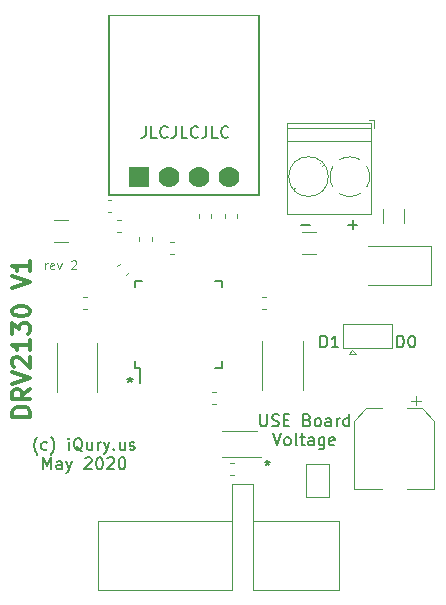
<source format=gto>
G04 #@! TF.GenerationSoftware,KiCad,Pcbnew,(5.99.0-8491-gb8dfcb34c4)*
G04 #@! TF.CreationDate,2021-01-19T19:49:40+01:00*
G04 #@! TF.ProjectId,TMC2130_Driver,544d4332-3133-4305-9f44-72697665722e,rev?*
G04 #@! TF.SameCoordinates,PX67f3540PY6cb8080*
G04 #@! TF.FileFunction,Legend,Top*
G04 #@! TF.FilePolarity,Positive*
%FSLAX46Y46*%
G04 Gerber Fmt 4.6, Leading zero omitted, Abs format (unit mm)*
G04 Created by KiCad (PCBNEW (5.99.0-8491-gb8dfcb34c4)) date 2021-01-19 19:49:40*
%MOMM*%
%LPD*%
G01*
G04 APERTURE LIST*
%ADD10C,0.150000*%
%ADD11C,0.300000*%
%ADD12C,0.100000*%
%ADD13C,0.120000*%
%ADD14R,1.778000X1.778000*%
%ADD15C,1.778000*%
G04 APERTURE END LIST*
D10*
X11956666Y39277620D02*
X11956666Y38563334D01*
X11909047Y38420477D01*
X11813809Y38325239D01*
X11670952Y38277620D01*
X11575714Y38277620D01*
X12909047Y38277620D02*
X12432857Y38277620D01*
X12432857Y39277620D01*
X13813809Y38372858D02*
X13766190Y38325239D01*
X13623333Y38277620D01*
X13528095Y38277620D01*
X13385238Y38325239D01*
X13290000Y38420477D01*
X13242380Y38515715D01*
X13194761Y38706191D01*
X13194761Y38849048D01*
X13242380Y39039524D01*
X13290000Y39134762D01*
X13385238Y39230000D01*
X13528095Y39277620D01*
X13623333Y39277620D01*
X13766190Y39230000D01*
X13813809Y39182381D01*
X14528095Y39277620D02*
X14528095Y38563334D01*
X14480476Y38420477D01*
X14385238Y38325239D01*
X14242380Y38277620D01*
X14147142Y38277620D01*
X15480476Y38277620D02*
X15004285Y38277620D01*
X15004285Y39277620D01*
X16385238Y38372858D02*
X16337619Y38325239D01*
X16194761Y38277620D01*
X16099523Y38277620D01*
X15956666Y38325239D01*
X15861428Y38420477D01*
X15813809Y38515715D01*
X15766190Y38706191D01*
X15766190Y38849048D01*
X15813809Y39039524D01*
X15861428Y39134762D01*
X15956666Y39230000D01*
X16099523Y39277620D01*
X16194761Y39277620D01*
X16337619Y39230000D01*
X16385238Y39182381D01*
X17099523Y39277620D02*
X17099523Y38563334D01*
X17051904Y38420477D01*
X16956666Y38325239D01*
X16813809Y38277620D01*
X16718571Y38277620D01*
X18051904Y38277620D02*
X17575714Y38277620D01*
X17575714Y39277620D01*
X18956666Y38372858D02*
X18909047Y38325239D01*
X18766190Y38277620D01*
X18670952Y38277620D01*
X18528095Y38325239D01*
X18432857Y38420477D01*
X18385238Y38515715D01*
X18337619Y38706191D01*
X18337619Y38849048D01*
X18385238Y39039524D01*
X18432857Y39134762D01*
X18528095Y39230000D01*
X18670952Y39277620D01*
X18766190Y39277620D01*
X18909047Y39230000D01*
X18956666Y39182381D01*
D11*
X2178571Y14678572D02*
X678571Y14678572D01*
X678571Y15035715D01*
X750000Y15250000D01*
X892857Y15392858D01*
X1035714Y15464286D01*
X1321428Y15535715D01*
X1535714Y15535715D01*
X1821428Y15464286D01*
X1964285Y15392858D01*
X2107142Y15250000D01*
X2178571Y15035715D01*
X2178571Y14678572D01*
X2178571Y17035715D02*
X1464285Y16535715D01*
X2178571Y16178572D02*
X678571Y16178572D01*
X678571Y16750000D01*
X750000Y16892858D01*
X821428Y16964286D01*
X964285Y17035715D01*
X1178571Y17035715D01*
X1321428Y16964286D01*
X1392857Y16892858D01*
X1464285Y16750000D01*
X1464285Y16178572D01*
X678571Y17464286D02*
X2178571Y17964286D01*
X678571Y18464286D01*
X821428Y18892858D02*
X750000Y18964286D01*
X678571Y19107143D01*
X678571Y19464286D01*
X750000Y19607143D01*
X821428Y19678572D01*
X964285Y19750000D01*
X1107142Y19750000D01*
X1321428Y19678572D01*
X2178571Y18821429D01*
X2178571Y19750000D01*
X2178571Y21178572D02*
X2178571Y20321429D01*
X2178571Y20750000D02*
X678571Y20750000D01*
X892857Y20607143D01*
X1035714Y20464286D01*
X1107142Y20321429D01*
X678571Y21678572D02*
X678571Y22607143D01*
X1250000Y22107143D01*
X1250000Y22321429D01*
X1321428Y22464286D01*
X1392857Y22535715D01*
X1535714Y22607143D01*
X1892857Y22607143D01*
X2035714Y22535715D01*
X2107142Y22464286D01*
X2178571Y22321429D01*
X2178571Y21892858D01*
X2107142Y21750000D01*
X2035714Y21678572D01*
X678571Y23535715D02*
X678571Y23678572D01*
X750000Y23821429D01*
X821428Y23892858D01*
X964285Y23964286D01*
X1250000Y24035715D01*
X1607142Y24035715D01*
X1892857Y23964286D01*
X2035714Y23892858D01*
X2107142Y23821429D01*
X2178571Y23678572D01*
X2178571Y23535715D01*
X2107142Y23392858D01*
X2035714Y23321429D01*
X1892857Y23250000D01*
X1607142Y23178572D01*
X1250000Y23178572D01*
X964285Y23250000D01*
X821428Y23321429D01*
X750000Y23392858D01*
X678571Y23535715D01*
X678571Y25607143D02*
X2178571Y26107143D01*
X678571Y26607143D01*
X2178571Y27892858D02*
X2178571Y27035715D01*
X2178571Y27464286D02*
X678571Y27464286D01*
X892857Y27321429D01*
X1035714Y27178572D01*
X1107142Y27035715D01*
D10*
X2797619Y11471667D02*
X2750000Y11519286D01*
X2654761Y11662143D01*
X2607142Y11757381D01*
X2559523Y11900239D01*
X2511904Y12138334D01*
X2511904Y12328810D01*
X2559523Y12566905D01*
X2607142Y12709762D01*
X2654761Y12805000D01*
X2750000Y12947858D01*
X2797619Y12995477D01*
X3607142Y11900239D02*
X3511904Y11852620D01*
X3321428Y11852620D01*
X3226190Y11900239D01*
X3178571Y11947858D01*
X3130952Y12043096D01*
X3130952Y12328810D01*
X3178571Y12424048D01*
X3226190Y12471667D01*
X3321428Y12519286D01*
X3511904Y12519286D01*
X3607142Y12471667D01*
X3940476Y11471667D02*
X3988095Y11519286D01*
X4083333Y11662143D01*
X4130952Y11757381D01*
X4178571Y11900239D01*
X4226190Y12138334D01*
X4226190Y12328810D01*
X4178571Y12566905D01*
X4130952Y12709762D01*
X4083333Y12805000D01*
X3988095Y12947858D01*
X3940476Y12995477D01*
X5464285Y11852620D02*
X5464285Y12519286D01*
X5464285Y12852620D02*
X5416666Y12805000D01*
X5464285Y12757381D01*
X5511904Y12805000D01*
X5464285Y12852620D01*
X5464285Y12757381D01*
X6607142Y11757381D02*
X6511904Y11805000D01*
X6416666Y11900239D01*
X6273809Y12043096D01*
X6178571Y12090715D01*
X6083333Y12090715D01*
X6130952Y11852620D02*
X6035714Y11900239D01*
X5940476Y11995477D01*
X5892857Y12185953D01*
X5892857Y12519286D01*
X5940476Y12709762D01*
X6035714Y12805000D01*
X6130952Y12852620D01*
X6321428Y12852620D01*
X6416666Y12805000D01*
X6511904Y12709762D01*
X6559523Y12519286D01*
X6559523Y12185953D01*
X6511904Y11995477D01*
X6416666Y11900239D01*
X6321428Y11852620D01*
X6130952Y11852620D01*
X7416666Y12519286D02*
X7416666Y11852620D01*
X6988095Y12519286D02*
X6988095Y11995477D01*
X7035714Y11900239D01*
X7130952Y11852620D01*
X7273809Y11852620D01*
X7369047Y11900239D01*
X7416666Y11947858D01*
X7892857Y11852620D02*
X7892857Y12519286D01*
X7892857Y12328810D02*
X7940476Y12424048D01*
X7988095Y12471667D01*
X8083333Y12519286D01*
X8178571Y12519286D01*
X8416666Y12519286D02*
X8654761Y11852620D01*
X8892857Y12519286D02*
X8654761Y11852620D01*
X8559523Y11614524D01*
X8511904Y11566905D01*
X8416666Y11519286D01*
X9273809Y11947858D02*
X9321428Y11900239D01*
X9273809Y11852620D01*
X9226190Y11900239D01*
X9273809Y11947858D01*
X9273809Y11852620D01*
X10178571Y12519286D02*
X10178571Y11852620D01*
X9750000Y12519286D02*
X9750000Y11995477D01*
X9797619Y11900239D01*
X9892857Y11852620D01*
X10035714Y11852620D01*
X10130952Y11900239D01*
X10178571Y11947858D01*
X10607142Y11900239D02*
X10702380Y11852620D01*
X10892857Y11852620D01*
X10988095Y11900239D01*
X11035714Y11995477D01*
X11035714Y12043096D01*
X10988095Y12138334D01*
X10892857Y12185953D01*
X10750000Y12185953D01*
X10654761Y12233572D01*
X10607142Y12328810D01*
X10607142Y12376429D01*
X10654761Y12471667D01*
X10750000Y12519286D01*
X10892857Y12519286D01*
X10988095Y12471667D01*
X3297619Y10242620D02*
X3297619Y11242620D01*
X3630952Y10528334D01*
X3964285Y11242620D01*
X3964285Y10242620D01*
X4869047Y10242620D02*
X4869047Y10766429D01*
X4821428Y10861667D01*
X4726190Y10909286D01*
X4535714Y10909286D01*
X4440476Y10861667D01*
X4869047Y10290239D02*
X4773809Y10242620D01*
X4535714Y10242620D01*
X4440476Y10290239D01*
X4392857Y10385477D01*
X4392857Y10480715D01*
X4440476Y10575953D01*
X4535714Y10623572D01*
X4773809Y10623572D01*
X4869047Y10671191D01*
X5250000Y10909286D02*
X5488095Y10242620D01*
X5726190Y10909286D02*
X5488095Y10242620D01*
X5392857Y10004524D01*
X5345238Y9956905D01*
X5250000Y9909286D01*
X6821428Y11147381D02*
X6869047Y11195000D01*
X6964285Y11242620D01*
X7202380Y11242620D01*
X7297619Y11195000D01*
X7345238Y11147381D01*
X7392857Y11052143D01*
X7392857Y10956905D01*
X7345238Y10814048D01*
X6773809Y10242620D01*
X7392857Y10242620D01*
X8011904Y11242620D02*
X8107142Y11242620D01*
X8202380Y11195000D01*
X8250000Y11147381D01*
X8297619Y11052143D01*
X8345238Y10861667D01*
X8345238Y10623572D01*
X8297619Y10433096D01*
X8250000Y10337858D01*
X8202380Y10290239D01*
X8107142Y10242620D01*
X8011904Y10242620D01*
X7916666Y10290239D01*
X7869047Y10337858D01*
X7821428Y10433096D01*
X7773809Y10623572D01*
X7773809Y10861667D01*
X7821428Y11052143D01*
X7869047Y11147381D01*
X7916666Y11195000D01*
X8011904Y11242620D01*
X8726190Y11147381D02*
X8773809Y11195000D01*
X8869047Y11242620D01*
X9107142Y11242620D01*
X9202380Y11195000D01*
X9250000Y11147381D01*
X9297619Y11052143D01*
X9297619Y10956905D01*
X9250000Y10814048D01*
X8678571Y10242620D01*
X9297619Y10242620D01*
X9916666Y11242620D02*
X10011904Y11242620D01*
X10107142Y11195000D01*
X10154761Y11147381D01*
X10202380Y11052143D01*
X10250000Y10861667D01*
X10250000Y10623572D01*
X10202380Y10433096D01*
X10154761Y10337858D01*
X10107142Y10290239D01*
X10011904Y10242620D01*
X9916666Y10242620D01*
X9821428Y10290239D01*
X9773809Y10337858D01*
X9726190Y10433096D01*
X9678571Y10623572D01*
X9678571Y10861667D01*
X9726190Y11052143D01*
X9773809Y11147381D01*
X9821428Y11195000D01*
X9916666Y11242620D01*
X33261904Y20547620D02*
X33261904Y21547620D01*
X33500000Y21547620D01*
X33642857Y21500000D01*
X33738095Y21404762D01*
X33785714Y21309524D01*
X33833333Y21119048D01*
X33833333Y20976191D01*
X33785714Y20785715D01*
X33738095Y20690477D01*
X33642857Y20595239D01*
X33500000Y20547620D01*
X33261904Y20547620D01*
X34452380Y21547620D02*
X34547619Y21547620D01*
X34642857Y21500000D01*
X34690476Y21452381D01*
X34738095Y21357143D01*
X34785714Y21166667D01*
X34785714Y20928572D01*
X34738095Y20738096D01*
X34690476Y20642858D01*
X34642857Y20595239D01*
X34547619Y20547620D01*
X34452380Y20547620D01*
X34357142Y20595239D01*
X34309523Y20642858D01*
X34261904Y20738096D01*
X34214285Y20928572D01*
X34214285Y21166667D01*
X34261904Y21357143D01*
X34309523Y21452381D01*
X34357142Y21500000D01*
X34452380Y21547620D01*
X25119047Y30928572D02*
X25880952Y30928572D01*
X26761904Y20547620D02*
X26761904Y21547620D01*
X27000000Y21547620D01*
X27142857Y21500000D01*
X27238095Y21404762D01*
X27285714Y21309524D01*
X27333333Y21119048D01*
X27333333Y20976191D01*
X27285714Y20785715D01*
X27238095Y20690477D01*
X27142857Y20595239D01*
X27000000Y20547620D01*
X26761904Y20547620D01*
X28285714Y20547620D02*
X27714285Y20547620D01*
X28000000Y20547620D02*
X28000000Y21547620D01*
X27904761Y21404762D01*
X27809523Y21309524D01*
X27714285Y21261905D01*
X21658095Y14872620D02*
X21658095Y14063096D01*
X21705714Y13967858D01*
X21753333Y13920239D01*
X21848571Y13872620D01*
X22039047Y13872620D01*
X22134285Y13920239D01*
X22181904Y13967858D01*
X22229523Y14063096D01*
X22229523Y14872620D01*
X22658095Y13920239D02*
X22800952Y13872620D01*
X23039047Y13872620D01*
X23134285Y13920239D01*
X23181904Y13967858D01*
X23229523Y14063096D01*
X23229523Y14158334D01*
X23181904Y14253572D01*
X23134285Y14301191D01*
X23039047Y14348810D01*
X22848571Y14396429D01*
X22753333Y14444048D01*
X22705714Y14491667D01*
X22658095Y14586905D01*
X22658095Y14682143D01*
X22705714Y14777381D01*
X22753333Y14825000D01*
X22848571Y14872620D01*
X23086666Y14872620D01*
X23229523Y14825000D01*
X23658095Y14396429D02*
X23991428Y14396429D01*
X24134285Y13872620D02*
X23658095Y13872620D01*
X23658095Y14872620D01*
X24134285Y14872620D01*
X25658095Y14396429D02*
X25800952Y14348810D01*
X25848571Y14301191D01*
X25896190Y14205953D01*
X25896190Y14063096D01*
X25848571Y13967858D01*
X25800952Y13920239D01*
X25705714Y13872620D01*
X25324761Y13872620D01*
X25324761Y14872620D01*
X25658095Y14872620D01*
X25753333Y14825000D01*
X25800952Y14777381D01*
X25848571Y14682143D01*
X25848571Y14586905D01*
X25800952Y14491667D01*
X25753333Y14444048D01*
X25658095Y14396429D01*
X25324761Y14396429D01*
X26467619Y13872620D02*
X26372380Y13920239D01*
X26324761Y13967858D01*
X26277142Y14063096D01*
X26277142Y14348810D01*
X26324761Y14444048D01*
X26372380Y14491667D01*
X26467619Y14539286D01*
X26610476Y14539286D01*
X26705714Y14491667D01*
X26753333Y14444048D01*
X26800952Y14348810D01*
X26800952Y14063096D01*
X26753333Y13967858D01*
X26705714Y13920239D01*
X26610476Y13872620D01*
X26467619Y13872620D01*
X27658095Y13872620D02*
X27658095Y14396429D01*
X27610476Y14491667D01*
X27515238Y14539286D01*
X27324761Y14539286D01*
X27229523Y14491667D01*
X27658095Y13920239D02*
X27562857Y13872620D01*
X27324761Y13872620D01*
X27229523Y13920239D01*
X27181904Y14015477D01*
X27181904Y14110715D01*
X27229523Y14205953D01*
X27324761Y14253572D01*
X27562857Y14253572D01*
X27658095Y14301191D01*
X28134285Y13872620D02*
X28134285Y14539286D01*
X28134285Y14348810D02*
X28181904Y14444048D01*
X28229523Y14491667D01*
X28324761Y14539286D01*
X28420000Y14539286D01*
X29181904Y13872620D02*
X29181904Y14872620D01*
X29181904Y13920239D02*
X29086666Y13872620D01*
X28896190Y13872620D01*
X28800952Y13920239D01*
X28753333Y13967858D01*
X28705714Y14063096D01*
X28705714Y14348810D01*
X28753333Y14444048D01*
X28800952Y14491667D01*
X28896190Y14539286D01*
X29086666Y14539286D01*
X29181904Y14491667D01*
X22753333Y13262620D02*
X23086666Y12262620D01*
X23420000Y13262620D01*
X23896190Y12262620D02*
X23800952Y12310239D01*
X23753333Y12357858D01*
X23705714Y12453096D01*
X23705714Y12738810D01*
X23753333Y12834048D01*
X23800952Y12881667D01*
X23896190Y12929286D01*
X24039047Y12929286D01*
X24134285Y12881667D01*
X24181904Y12834048D01*
X24229523Y12738810D01*
X24229523Y12453096D01*
X24181904Y12357858D01*
X24134285Y12310239D01*
X24039047Y12262620D01*
X23896190Y12262620D01*
X24800952Y12262620D02*
X24705714Y12310239D01*
X24658095Y12405477D01*
X24658095Y13262620D01*
X25039047Y12929286D02*
X25420000Y12929286D01*
X25181904Y13262620D02*
X25181904Y12405477D01*
X25229523Y12310239D01*
X25324761Y12262620D01*
X25420000Y12262620D01*
X26181904Y12262620D02*
X26181904Y12786429D01*
X26134285Y12881667D01*
X26039047Y12929286D01*
X25848571Y12929286D01*
X25753333Y12881667D01*
X26181904Y12310239D02*
X26086666Y12262620D01*
X25848571Y12262620D01*
X25753333Y12310239D01*
X25705714Y12405477D01*
X25705714Y12500715D01*
X25753333Y12595953D01*
X25848571Y12643572D01*
X26086666Y12643572D01*
X26181904Y12691191D01*
X27086666Y12929286D02*
X27086666Y12119762D01*
X27039047Y12024524D01*
X26991428Y11976905D01*
X26896190Y11929286D01*
X26753333Y11929286D01*
X26658095Y11976905D01*
X27086666Y12310239D02*
X26991428Y12262620D01*
X26800952Y12262620D01*
X26705714Y12310239D01*
X26658095Y12357858D01*
X26610476Y12453096D01*
X26610476Y12738810D01*
X26658095Y12834048D01*
X26705714Y12881667D01*
X26800952Y12929286D01*
X26991428Y12929286D01*
X27086666Y12881667D01*
X27943809Y12310239D02*
X27848571Y12262620D01*
X27658095Y12262620D01*
X27562857Y12310239D01*
X27515238Y12405477D01*
X27515238Y12786429D01*
X27562857Y12881667D01*
X27658095Y12929286D01*
X27848571Y12929286D01*
X27943809Y12881667D01*
X27991428Y12786429D01*
X27991428Y12691191D01*
X27515238Y12595953D01*
D12*
X3446428Y27160715D02*
X3446428Y27660715D01*
X3446428Y27517858D02*
X3482142Y27589286D01*
X3517857Y27625000D01*
X3589285Y27660715D01*
X3660714Y27660715D01*
X4196428Y27196429D02*
X4125000Y27160715D01*
X3982142Y27160715D01*
X3910714Y27196429D01*
X3875000Y27267858D01*
X3875000Y27553572D01*
X3910714Y27625000D01*
X3982142Y27660715D01*
X4125000Y27660715D01*
X4196428Y27625000D01*
X4232142Y27553572D01*
X4232142Y27482143D01*
X3875000Y27410715D01*
X4482142Y27660715D02*
X4660714Y27160715D01*
X4839285Y27660715D01*
X5660714Y27839286D02*
X5696428Y27875000D01*
X5767857Y27910715D01*
X5946428Y27910715D01*
X6017857Y27875000D01*
X6053571Y27839286D01*
X6089285Y27767858D01*
X6089285Y27696429D01*
X6053571Y27589286D01*
X5625000Y27160715D01*
X6089285Y27160715D01*
D10*
X22264200Y10982420D02*
X22264200Y10744324D01*
X22026104Y10839562D02*
X22264200Y10744324D01*
X22502295Y10839562D01*
X22121342Y10553848D02*
X22264200Y10744324D01*
X22407057Y10553848D01*
X29119047Y30928572D02*
X29880952Y30928572D01*
X29500000Y30547620D02*
X29500000Y31309524D01*
X10634000Y18027620D02*
X10634000Y17789524D01*
X10395904Y17884762D02*
X10634000Y17789524D01*
X10872095Y17884762D01*
X10491142Y17599048D02*
X10634000Y17789524D01*
X10776857Y17599048D01*
D13*
X17587221Y15740000D02*
X17912779Y15740000D01*
X17587221Y16760000D02*
X17912779Y16760000D01*
X10525727Y26904478D02*
X10295522Y26674273D01*
X9804478Y27625727D02*
X9574273Y27395522D01*
X5402064Y31310000D02*
X4197936Y31310000D01*
X5402064Y29490000D02*
X4197936Y29490000D01*
X19252800Y14800D02*
X7952800Y14800D01*
X21052800Y14800D02*
X28352800Y14800D01*
X28352800Y5814800D02*
X28352800Y14800D01*
X19252800Y5814800D02*
X19252800Y9014800D01*
X7952800Y5814800D02*
X19252800Y5814800D01*
X7952800Y14800D02*
X7952800Y5814800D01*
X19252800Y5814800D02*
X19252800Y14800D01*
X21052800Y5814800D02*
X21052800Y14800D01*
X21052800Y9014800D02*
X21052800Y5814800D01*
X19252800Y9014800D02*
X21052800Y9014800D01*
X28352800Y5814800D02*
X21052800Y5814800D01*
D12*
X21600000Y48710000D02*
X8900000Y48710000D01*
D10*
X21600000Y48716000D02*
X21600000Y33476000D01*
X21600000Y33476000D02*
X8900000Y33476000D01*
X8900000Y48716000D02*
X8900000Y33476000D01*
D13*
X8737221Y31990000D02*
X9062779Y31990000D01*
X8737221Y33010000D02*
X9062779Y33010000D01*
X25250000Y21062064D02*
X25250000Y16957936D01*
X21830000Y21062064D02*
X21830000Y16957936D01*
X4460000Y20892064D02*
X4460000Y16787936D01*
X7880000Y20892064D02*
X7880000Y16787936D01*
X18690000Y31537221D02*
X18690000Y31862779D01*
X19710000Y31537221D02*
X19710000Y31862779D01*
X21350000Y13470000D02*
X18450000Y13470000D01*
X21710000Y11230000D02*
X18450000Y11230000D01*
X19137221Y9740000D02*
X19462779Y9740000D01*
X19137221Y10760000D02*
X19462779Y10760000D01*
X29590000Y14345563D02*
X29590000Y8590000D01*
X36410000Y8590000D02*
X34060000Y8590000D01*
X30654437Y15410000D02*
X31940000Y15410000D01*
X29590000Y8590000D02*
X31940000Y8590000D01*
X35345563Y15410000D02*
X34060000Y15410000D01*
X35241250Y16043750D02*
X34453750Y16043750D01*
X30654437Y15410000D02*
X29590000Y14345563D01*
X35345563Y15410000D02*
X36410000Y14345563D01*
X34847500Y16437500D02*
X34847500Y15650000D01*
X36410000Y14345563D02*
X36410000Y8590000D01*
X25197936Y30310000D02*
X26402064Y30310000D01*
X25197936Y28490000D02*
X26402064Y28490000D01*
X14362779Y28440000D02*
X14037221Y28440000D01*
X14362779Y29460000D02*
X14037221Y29460000D01*
X11440000Y29537221D02*
X11440000Y29862779D01*
X12460000Y29537221D02*
X12460000Y29862779D01*
X9537221Y30290000D02*
X9862779Y30290000D01*
X9537221Y31310000D02*
X9862779Y31310000D01*
X31300000Y39160000D02*
X31300000Y39800000D01*
X31060000Y31840000D02*
X23940000Y31840000D01*
X23940000Y31840000D02*
X23940000Y39560000D01*
X31300000Y39800000D02*
X30900000Y39800000D01*
X26895000Y35941000D02*
X27024000Y36069000D01*
X26725000Y36181000D02*
X26819000Y36274000D01*
X31060000Y38000000D02*
X23940000Y38000000D01*
X31060000Y39560000D02*
X23940000Y39560000D01*
X31060000Y39100000D02*
X23940000Y39100000D01*
X24680000Y33725000D02*
X24774000Y33819000D01*
X31060000Y31840000D02*
X31060000Y39560000D01*
X24475000Y33931000D02*
X24604000Y34059000D01*
X30139894Y33574642D02*
G75*
G02*
X28384000Y33560000I-889894J1425358D01*
G01*
X28359736Y36424721D02*
G75*
G02*
X29250000Y36680000I890264J-1424721D01*
G01*
X30675358Y35889894D02*
G75*
G02*
X30690000Y34134000I-1425358J-889894D01*
G01*
X27824495Y34109807D02*
G75*
G02*
X27825000Y35891000I1425505J890193D01*
G01*
X29221326Y36680099D02*
G75*
G02*
X30116000Y36440000I28674J-1680099D01*
G01*
X27430000Y35000000D02*
G75*
G03*
X27430000Y35000000I-1680000J0D01*
G01*
X29450000Y20300000D02*
X29750000Y20000000D01*
X28700000Y20500000D02*
X28700000Y22500000D01*
X28700000Y22500000D02*
X32800000Y22500000D01*
X29450000Y20300000D02*
X29150000Y20000000D01*
X32800000Y20500000D02*
X28700000Y20500000D01*
X32800000Y22500000D02*
X32800000Y20500000D01*
X29150000Y20000000D02*
X29750000Y20000000D01*
X27500000Y10650000D02*
X27500000Y7850000D01*
X25500000Y7850000D02*
X25500000Y10650000D01*
X27500000Y7850000D02*
X25500000Y7850000D01*
X25500000Y10650000D02*
X27500000Y10650000D01*
D10*
X11075000Y18825000D02*
X11075000Y19375000D01*
X18425000Y26175000D02*
X17875000Y26175000D01*
X11075000Y26175000D02*
X11075000Y25625000D01*
X11075000Y26175000D02*
X11625000Y26175000D01*
X18425000Y26175000D02*
X18425000Y25625000D01*
X11075000Y18825000D02*
X11525000Y18825000D01*
X18425000Y18825000D02*
X18425000Y19375000D01*
X11525000Y18825000D02*
X11525000Y17550000D01*
X18425000Y18825000D02*
X17875000Y18825000D01*
D13*
X16490000Y31537221D02*
X16490000Y31862779D01*
X17510000Y31537221D02*
X17510000Y31862779D01*
X36150000Y25850000D02*
X30750000Y25850000D01*
X36150000Y29150000D02*
X30750000Y29150000D01*
X36150000Y25850000D02*
X36150000Y29150000D01*
X33860000Y32252064D02*
X33860000Y31047936D01*
X32040000Y32252064D02*
X32040000Y31047936D01*
X6992779Y23780000D02*
X6667221Y23780000D01*
X6992779Y24800000D02*
X6667221Y24800000D01*
X21807221Y24820000D02*
X22132779Y24820000D01*
X21807221Y23800000D02*
X22132779Y23800000D01*
D14*
X11440000Y35000000D03*
D15*
X13980000Y35000000D03*
X16520000Y35000000D03*
X19060000Y35000000D03*
M02*

</source>
